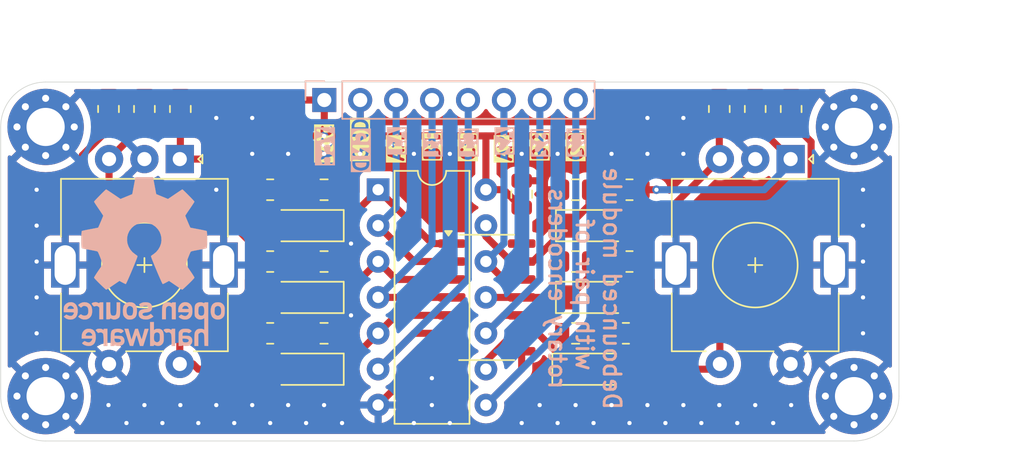
<source format=kicad_pcb>
(kicad_pcb (version 20240108) (generator "pcbnew") (generator_version "8.0")
  (layers (0 "F.Cu" signal) (31 "B.Cu" signal) (34 "B.Paste" user) (35 "F.Paste" user) (36 "B.SilkS" user "B.Silkscreen") (37 "F.SilkS" user "F.Silkscreen") (38 "B.Mask" user) (39 "F.Mask" user) (44 "Edge.Cuts" user))
  (net 0 "")
  (net 1 "/EN1_B1")
  (net 2 "GNDD")
  (net 3 "/EN1_A1")
  (net 4 "/EN1_C1")
  (net 5 "/EN2_C1")
  (net 6 "/EN2_A1")
  (net 7 "/EN2_B1")
  (net 8 "VCC")
  (net 9 "Net-(D1-A)")
  (net 10 "Net-(D2-A)")
  (net 11 "Net-(D3-A)")
  (net 12 "Net-(D4-A)")
  (net 13 "Net-(D5-A)")
  (net 14 "Net-(D6-A)")
  (net 15 "EN1_B")
  (net 16 "EN1_C")
  (net 17 "EN2_A")
  (net 18 "EN2_C")
  (net 19 "EN1_A")
  (net 20 "EN2_B")
  (footprint "Capacitor_SMD:C_0805_2012Metric" (layer "F.Cu") (at 91.44 68.58 180)
    (property "Reference" "C4" (hide yes))
    (property "Value" "100nF")
    (pad "1" smd roundrect (at -0.95 0 180) (size 1 1.45) (layers "F.Cu" "F.Paste" "F.Mask") (net 5 "/EN2_C1"))
    (pad "2" smd roundrect (at 0.95 0 180) (size 1 1.45) (layers "F.Cu" "F.Paste" "F.Mask") (net 2 "GNDD"))
  )
  (footprint "Diode_SMD:D_MiniMELF" (layer "F.Cu") (at 72.39 60.96 180)
    (property "Reference" "D2" (hide yes))
    (property "Value" "LL4148")
    (pad "1" smd roundrect (at -1.75 0 180) (size 1.3 1.7) (layers "F.Cu" "F.Paste" "F.Mask") (roundrect_rratio 0.1923076923) (net 3 "/EN1_A1"))
    (pad "2" smd roundrect (at 1.75 0 180) (size 1.3 1.7) (layers "F.Cu" "F.Paste" "F.Mask") (roundrect_rratio 0.1923076923) (net 10 "Net-(D2-A)"))
  )
  (footprint "Rotary_Encoder:RotaryEncoder_Alps_EC11E-Switch_Vertical_H20mm" (layer "F.Cu") (at 63.46 56.25 -90)
    (property "Reference" "SW2" (hide yes))
    (property "Value" "EC11" (hide yes))
    (pad "A" thru_hole rect (at 0 0 270) (size 2 2) (drill 1) (layers "*.Cu" "*.Mask") (net 10 "Net-(D2-A)"))
    (pad "B" thru_hole circle (at 0 5 270) (size 2 2) (drill 1) (layers "*.Cu" "*.Mask") (net 9 "Net-(D1-A)"))
    (pad "C" thru_hole circle (at 0 2.5 270) (size 2 2) (drill 1) (layers "*.Cu" "*.Mask") (net 2 "GNDD"))
    (pad "MP" thru_hole rect (at 7.5 -3.1 270) (size 3.2 2) (drill oval 2.8 1.5) (layers "*.Cu" "*.Mask") (net 2 "GNDD"))
    (pad "MP" thru_hole rect (at 7.5 8.1 270) (size 3.2 2) (drill oval 2.8 1.5) (layers "*.Cu" "*.Mask") (net 2 "GNDD"))
    (pad "S1" thru_hole circle (at 14.5 5 270) (size 2 2) (drill 1) (layers "*.Cu" "*.Mask") (net 2 "GNDD"))
    (pad "S2" thru_hole circle (at 14.5 0 270) (size 2 2) (drill 1) (layers "*.Cu" "*.Mask") (net 11 "Net-(D3-A)"))
  )
  (footprint "Resistor_SMD:R_0805_2012Metric" (layer "F.Cu") (at 69.85 68.58)
    (property "Reference" "R6" (hide yes))
    (property "Value" "100R")
    (pad "1" smd roundrect (at -0.9125 0) (size 1.025 1.4) (layers "F.Cu" "F.Paste" "F.Mask") (roundrect_rratio 0.243902) (net 11 "Net-(D3-A)"))
    (pad "2" smd roundrect (at 0.9125 0) (size 1.025 1.4) (layers "F.Cu" "F.Paste" "F.Mask") (roundrect_rratio 0.243902) (net 4 "/EN1_C1"))
  )
  (footprint "MountingHole:MountingHole_2.7mm_Pad_Via" (layer "F.Cu") (at 111.125 53.975)
    (property "Reference" "H2" (hide yes))
    (property "Value" "M3")
    (pad "1" thru_hole circle (at -2.025 0) (size 0.8 0.8) (drill 0.5) (layers "*.Cu" "*.Mask") (net 2 "GNDD"))
    (pad "1" thru_hole circle (at -1.431891 -1.431891) (size 0.8 0.8) (drill 0.5) (layers "*.Cu" "*.Mask") (net 2 "GNDD"))
    (pad "1" thru_hole circle (at -1.431891 1.431891) (size 0.8 0.8) (drill 0.5) (layers "*.Cu" "*.Mask") (net 2 "GNDD"))
    (pad "1" thru_hole circle (at 0 -2.025) (size 0.8 0.8) (drill 0.5) (layers "*.Cu" "*.Mask") (net 2 "GNDD"))
    (pad "1" thru_hole circle (at 0 0) (size 5.4 5.4) (drill 2.7) (layers "*.Cu" "*.Mask") (net 2 "GNDD"))
    (pad "1" thru_hole circle (at 0 2.025) (size 0.8 0.8) (drill 0.5) (layers "*.Cu" "*.Mask") (net 2 "GNDD"))
    (pad "1" thru_hole circle (at 1.431891 -1.431891) (size 0.8 0.8) (drill 0.5) (layers "*.Cu" "*.Mask") (net 2 "GNDD"))
    (pad "1" thru_hole circle (at 1.431891 1.431891) (size 0.8 0.8) (drill 0.5) (layers "*.Cu" "*.Mask") (net 2 "GNDD"))
    (pad "1" thru_hole circle (at 2.025 0) (size 0.8 0.8) (drill 0.5) (layers "*.Cu" "*.Mask") (net 2 "GNDD"))
  )
  (footprint "Resistor_SMD:R_0805_2012Metric" (layer "F.Cu") (at 60.96 52.705 -90)
    (property "Reference" "R1" (hide yes))
    (property "Value" "10K")
    (pad "1" smd roundrect (at -0.9125 0 270) (size 1.025 1.4) (layers "F.Cu" "F.Paste" "F.Mask") (roundrect_rratio 0.243902) (net 8 "VCC"))
    (pad "2" smd roundrect (at 0.9125 0 270) (size 1.025 1.4) (layers "F.Cu" "F.Paste" "F.Mask") (roundrect_rratio 0.243902) (net 9 "Net-(D1-A)"))
  )
  (footprint "Capacitor_SMD:C_0805_2012Metric" (layer "F.Cu") (at 87.63 58.735 90)
    (property "Reference" "C7" (hide yes))
    (property "Value" "100nF")
    (pad "1" smd roundrect (at -0.95 0 90) (size 1 1.45) (layers "F.Cu" "F.Paste" "F.Mask") (net 8 "VCC"))
    (pad "2" smd roundrect (at 0.95 0 90) (size 1 1.45) (layers "F.Cu" "F.Paste" "F.Mask") (net 2 "GNDD"))
  )
  (footprint "Package_SO:SOIC-14_3.9x8.7mm_P1.27mm" (layer "F.Cu") (at 85.155 66.04)
    (property "Reference" "U2" (hide yes))
    (property "Value" "74HC14" (hide yes))
    (pad "1" smd roundrect (at -2.475 -3.81) (size 1.95 0.6) (layers "F.Cu" "F.Paste" "F.Mask") (net 3 "/EN1_A1"))
    (pad "2" smd roundrect (at -2.475 -2.54) (size 1.95 0.6) (layers "F.Cu" "F.Paste" "F.Mask") (net 19 "EN1_A"))
    (pad "3" smd roundrect (at -2.475 -1.27) (size 1.95 0.6) (layers "F.Cu" "F.Paste" "F.Mask") (net 1 "/EN1_B1"))
    (pad "4" smd roundrect (at -2.475 0) (size 1.95 0.6) (layers "F.Cu" "F.Paste" "F.Mask") (net 15 "EN1_B"))
    (pad "5" smd roundrect (at -2.475 1.27) (size 1.95 0.6) (layers "F.Cu" "F.Paste" "F.Mask") (net 4 "/EN1_C1"))
    (pad "6" smd roundrect (at -2.475 2.54) (size 1.95 0.6) (layers "F.Cu" "F.Paste" "F.Mask") (net 16 "EN1_C"))
    (pad "7" smd roundrect (at -2.475 3.81) (size 1.95 0.6) (layers "F.Cu" "F.Paste" "F.Mask") (net 2 "GNDD"))
    (pad "8" smd roundrect (at 2.475 3.81) (size 1.95 0.6) (layers "F.Cu" "F.Paste" "F.Mask") (net 18 "EN2_C"))
    (pad "9" smd roundrect (at 2.475 2.54) (size 1.95 0.6) (layers "F.Cu" "F.Paste" "F.Mask") (net 5 "/EN2_C1"))
    (pad "10" smd roundrect (at 2.475 1.27) (size 1.95 0.6) (layers "F.Cu" "F.Paste" "F.Mask") (net 20 "EN2_B"))
    (pad "11" smd roundrect (at 2.475 0) (size 1.95 0.6) (layers "F.Cu" "F.Paste" "F.Mask") (net 7 "/EN2_B1"))
    (pad "12" smd roundrect (at 2.475 -1.27) (size 1.95 0.6) (layers "F.Cu" "F.Paste" "F.Mask") (net 17 "EN2_A"))
    (pad "13" smd roundrect (at 2.475 -2.54) (size 1.95 0.6) (layers "F.Cu" "F.Paste" "F.Mask") (net 6 "/EN2_A1"))
    (pad "14" smd roundrect (at 2.475 -3.81) (size 1.95 0.6) (layers "F.Cu" "F.Paste" "F.Mask") (net 8 "VCC"))
  )
  (footprint "Resistor_SMD:R_0805_2012Metric" (layer "F.Cu") (at 101.6 52.705 -90)
    (property "Reference" "R11" (hide yes))
    (property "Value" "10K")
    (pad "1" smd roundrect (at -0.9125 0 270) (size 1.025 1.4) (layers "F.Cu" "F.Paste" "F.Mask") (roundrect_rratio 0.243902) (net 8 "VCC"))
    (pad "2" smd roundrect (at 0.9125 0 270) (size 1.025 1.4) (layers "F.Cu" "F.Paste" "F.Mask") (roundrect_rratio 0.243902) (net 14 "Net-(D6-A)"))
  )
  (footprint "Capacitor_SMD:C_0805_2012Metric" (layer "F.Cu") (at 73.66 58.42)
    (property "Reference" "C2" (hide yes))
    (property "Value" "100nF")
    (pad "1" smd roundrect (at -0.95 0) (size 1 1.45) (layers "F.Cu" "F.Paste" "F.Mask") (net 3 "/EN1_A1"))
    (pad "2" smd roundrect (at 0.95 0) (size 1 1.45) (layers "F.Cu" "F.Paste" "F.Mask") (net 2 "GNDD"))
  )
  (footprint "Diode_SMD:D_MiniMELF" (layer "F.Cu") (at 72.39 71.12 180)
    (property "Reference" "D3" (hide yes))
    (property "Value" "LL4148")
    (pad "1" smd roundrect (at -1.75 0 180) (size 1.3 1.7) (layers "F.Cu" "F.Paste" "F.Mask") (roundrect_rratio 0.1923076923) (net 4 "/EN1_C1"))
    (pad "2" smd roundrect (at 1.75 0 180) (size 1.3 1.7) (layers "F.Cu" "F.Paste" "F.Mask") (roundrect_rratio 0.1923076923) (net 11 "Net-(D3-A)"))
  )
  (footprint "Resistor_SMD:R_0805_2012Metric" (layer "F.Cu") (at 69.85 58.42)
    (property "Reference" "R4" (hide yes))
    (property "Value" "100R")
    (pad "1" smd roundrect (at -0.9125 0) (size 1.025 1.4) (layers "F.Cu" "F.Paste" "F.Mask") (roundrect_rratio 0.243902) (net 10 "Net-(D2-A)"))
    (pad "2" smd roundrect (at 0.9125 0) (size 1.025 1.4) (layers "F.Cu" "F.Paste" "F.Mask") (roundrect_rratio 0.243902) (net 3 "/EN1_A1"))
  )
  (footprint "Diode_SMD:D_MiniMELF" (layer "F.Cu") (at 72.39 66.04 180)
    (property "Reference" "D1" (hide yes))
    (property "Value" "LL4148")
    (pad "1" smd roundrect (at -1.75 0 180) (size 1.3 1.7) (layers "F.Cu" "F.Paste" "F.Mask") (roundrect_rratio 0.1923076923) (net 1 "/EN1_B1"))
    (pad "2" smd roundrect (at 1.75 0 180) (size 1.3 1.7) (layers "F.Cu" "F.Paste" "F.Mask") (roundrect_rratio 0.1923076923) (net 9 "Net-(D1-A)"))
  )
  (footprint "Package_DIP:DIP-14_W7.62mm" (layer "F.Cu") (at 77.48 58.415)
    (property "Reference" "U1" (hide yes))
    (property "Value" "74HC14")
    (pad "1" thru_hole rect (at 0 0) (size 1.6 1.6) (drill 0.8) (layers "*.Cu" "*.Mask") (net 3 "/EN1_A1"))
    (pad "2" thru_hole oval (at 0 2.54) (size 1.6 1.6) (drill 0.8) (layers "*.Cu" "*.Mask") (net 19 "EN1_A"))
    (pad "3" thru_hole oval (at 0 5.08) (size 1.6 1.6) (drill 0.8) (layers "*.Cu" "*.Mask") (net 1 "/EN1_B1"))
    (pad "4" thru_hole oval (at 0 7.62) (size 1.6 1.6) (drill 0.8) (layers "*.Cu" "*.Mask") (net 15 "EN1_B"))
    (pad "5" thru_hole oval (at 0 10.16) (size 1.6 1.6) (drill 0.8) (layers "*.Cu" "*.Mask") (net 4 "/EN1_C1"))
    (pad "6" thru_hole oval (at 0 12.7) (size 1.6 1.6) (drill 0.8) (layers "*.Cu" "*.Mask") (net 16 "EN1_C"))
    (pad "7" thru_hole oval (at 0 15.24) (size 1.6 1.6) (drill 0.8) (layers "*.Cu" "*.Mask") (net 2 "GNDD"))
    (pad "8" thru_hole oval (at 7.62 15.24) (size 1.6 1.6) (drill 0.8) (layers "*.Cu" "*.Mask") (net 18 "EN2_C"))
    (pad "9" thru_hole oval (at 7.62 12.7) (size 1.6 1.6) (drill 0.8) (layers "*.Cu" "*.Mask") (net 5 "/EN2_C1"))
    (pad "10" thru_hole oval (at 7.62 10.16) (size 1.6 1.6) (drill 0.8) (layers "*.Cu" "*.Mask") (net 20 "EN2_B"))
    (pad "11" thru_hole oval (at 7.62 7.62) (size 1.6 1.6) (drill 0.8) (layers "*.Cu" "*.Mask") (net 7 "/EN2_B1"))
    (pad "12" thru_hole oval (at 7.62 5.08) (size 1.6 1.6) (drill 0.8) (layers "*.Cu" "*.Mask") (net 17 "EN2_A"))
    (pad "13" thru_hole oval (at 7.62 2.54) (size 1.6 1.6) (drill 0.8) (layers "*.Cu" "*.Mask") (net 6 "/EN2_A1"))
    (pad "14" thru_hole oval (at 7.62 0) (size 1.6 1.6) (drill 0.8) (layers "*.Cu" "*.Mask") (net 8 "VCC"))
  )
  (footprint "MountingHole:MountingHole_2.7mm_Pad_Via" (layer "F.Cu") (at 53.975 53.975)
    (property "Reference" "H1" (hide yes))
    (property "Value" "M3")
    (pad "1" thru_hole circle (at -2.025 0) (size 0.8 0.8) (drill 0.5) (layers "*.Cu" "*.Mask") (net 2 "GNDD"))
    (pad "1" thru_hole circle (at -1.431891 -1.431891) (size 0.8 0.8) (drill 0.5) (layers "*.Cu" "*.Mask") (net 2 "GNDD"))
    (pad "1" thru_hole circle (at -1.431891 1.431891) (size 0.8 0.8) (drill 0.5) (layers "*.Cu" "*.Mask") (net 2 "GNDD"))
    (pad "1" thru_hole circle (at 0 -2.025) (size 0.8 0.8) (drill 0.5) (layers "*.Cu" "*.Mask") (net 2 "GNDD"))
    (pad "1" thru_hole circle (at 0 0) (size 5.4 5.4) (drill 2.7) (layers "*.Cu" "*.Mask") (net 2 "GNDD"))
    (pad "1" thru_hole circle (at 0 2.025) (size 0.8 0.8) (drill 0.5) (layers "*.Cu" "*.Mask") (net 2 "GNDD"))
    (pad "1" thru_hole circle (at 1.431891 -1.431891) (size 0.8 0.8) (drill 0.5) (layers "*.Cu" "*.Mask") (net 2 "GNDD"))
    (pad "1" thru_hole circle (at 1.431891 1.431891) (size 0.8 0.8) (drill 0.5) (layers "*.Cu" "*.Mask") (net 2 "GNDD"))
    (pad "1" thru_hole circle (at 2.025 0) (size 0.8 0.8) (drill 0.5) (layers "*.Cu" "*.Mask") (net 2 "GNDD"))
  )
  (footprint "Resistor_SMD:R_0805_2012Metric" (layer "F.Cu") (at 104.14 52.705 -90)
    (property "Reference" "R8" (hide yes))
    (property "Value" "10K")
    (pad "1" smd roundrect (at -0.9125 0 270) (size 1.025 1.4) (layers "F.Cu" "F.Paste" "F.Mask") (roundrect_rratio 0.243902) (net 8 "VCC"))
    (pad "2" smd roundrect (at 0.9125 0 270) (size 1.025 1.4) (layers "F.Cu" "F.Paste" "F.Mask") (roundrect_rratio 0.243902) (net 13 "Net-(D5-A)"))
  )
  (footprint "Resistor_SMD:R_0805_2012Metric" (layer "F.Cu") (at 106.68 52.705 -90)
    (property "Reference" "R7" (hide yes))
    (property "Value" "10K")
    (pad "1" smd roundrect (at -0.9125 0 270) (size 1.025 1.4) (layers "F.Cu" "F.Paste" "F.Mask") (roundrect_rratio 0.243902) (net 8 "VCC"))
    (pad "2" smd roundrect (at 0.9125 0 270) (size 1.025 1.4) (layers "F.Cu" "F.Paste" "F.Mask") (roundrect_rratio 0.243902) (net 12 "Net-(D4-A)"))
  )
  (footprint "Resistor_SMD:R_0805_2012Metric" (layer "F.Cu") (at 95.25 63.5 180)
    (property "Reference" "R12" (hide yes))
    (property "Value" "100R")
    (pad "1" smd roundrect (at -0.9125 0 180) (size 1.025 1.4) (layers "F.Cu" "F.Paste" "F.Mask") (roundrect_rratio 0.243902) (net 14 "Net-(D6-A)"))
    (pad "2" smd roundrect (at 0.9125 0 180) (size 1.025 1.4) (layers "F.Cu" "F.Paste" "F.Mask") (roundrect_rratio 0.243902) (net 7 "/EN2_B1"))
  )
  (footprint "Diode_SMD:D_MiniMELF" (layer "F.Cu") (at 92.71 66.04)
    (property "Reference" "D6" (hide yes))
    (property "Value" "LL4148")
    (pad "1" smd roundrect (at -1.75 0) (size 1.3 1.7) (layers "F.Cu" "F.Paste" "F.Mask") (roundrect_rratio 0.1923076923) (net 7 "/EN2_B1"))
    (pad "2" smd roundrect (at 1.75 0) (size 1.3 1.7) (layers "F.Cu" "F.Paste" "F.Mask") (roundrect_rratio 0.1923076923) (net 14 "Net-(D6-A)"))
  )
  (footprint "MountingHole:MountingHole_2.7mm_Pad_Via" (layer "F.Cu") (at 111.125 73.025)
    (property "Reference" "H4" (hide yes))
    (property "Value" "M3")
    (pad "1" thru_hole circle (at -2.025 0) (size 0.8 0.8) (drill 0.5) (layers "*.Cu" "*.Mask") (net 2 "GNDD"))
    (pad "1" thru_hole circle (at -1.431891 -1.431891) (size 0.8 0.8) (drill 0.5) (layers "*.Cu" "*.Mask") (net 2 "GNDD"))
    (pad "1" thru_hole circle (at -1.431891 1.431891) (size 0.8 0.8) (drill 0.5) (layers "*.Cu" "*.Mask") (net 2 "GNDD"))
    (pad "1" thru_hole circle (at 0 -2.025) (size 0.8 0.8) (drill 0.5) (layers "*.Cu" "*.Mask") (net 2 "GNDD"))
    (pad "1" thru_hole circle (at 0 0) (size 5.4 5.4) (drill 2.7) (layers "*.Cu" "*.Mask") (net 2 "GNDD"))
    (pad "1" thru_hole circle (at 0 2.025) (size 0.8 0.8) (drill 0.5) (layers "*.Cu" "*.Mask") (net 2 "GNDD"))
    (pad "1" thru_hole circle (at 1.431891 -1.431891) (size 0.8 0.8) (drill 0.5) (layers "*.Cu" "*.Mask") (net 2 "GNDD"))
    (pad "1" thru_hole circle (at 1.431891 1.431891) (size 0.8 0.8) (drill 0.5) (layers "*.Cu" "*.Mask") (net 2 "GNDD"))
    (pad "1" thru_hole circle (at 2.025 0) (size 0.8 0.8) (drill 0.5) (layers "*.Cu" "*.Mask") (net 2 "GNDD"))
  )
  (footprint "Capacitor_SMD:C_0805_2012Metric" (layer "F.Cu") (at 73.66 63.5)
    (property "Reference" "C1" (hide yes))
    (property "Value" "100nF")
    (pad "1" smd roundrect (at -0.95 0) (size 1 1.45) (layers "F.Cu" "F.Paste" "F.Mask") (net 1 "/EN1_B1"))
    (pad "2" smd roundrect (at 0.95 0) (size 1 1.45) (layers "F.Cu" "F.Paste" "F.Mask") (net 2 "GNDD"))
  )
  (footprint "Resistor_SMD:R_0805_2012Metric" (layer "F.Cu") (at 69.85 63.5)
    (property "Reference" "R2" (hide yes))
    (property "Value" "100R")
    (pad "1" smd roundrect (at -0.9125 0) (size 1.025 1.4) (layers "F.Cu" "F.Paste" "F.Mask") (roundrect_rratio 0.243902) (net 9 "Net-(D1-A)"))
    (pad "2" smd roundrect (at 0.9125 0) (size 1.025 1.4) (layers "F.Cu" "F.Paste" "F.Mask") (roundrect_rratio 0.243902) (net 1 "/EN1_B1"))
  )
  (footprint "Capacitor_SMD:C_0805_2012Metric" (layer "F.Cu") (at 73.66 68.58)
    (property "Reference" "C3" (hide yes))
    (property "Value" "100nF")
    (pad "1" smd roundrect (at -0.95 0) (size 1 1.45) (layers "F.Cu" "F.Paste" "F.Mask") (net 4 "/EN1_C1"))
    (pad "2" smd roundrect (at 0.95 0) (size 1 1.45) (layers "F.Cu" "F.Paste" "F.Mask") (net 2 "GNDD"))
  )
  (footprint "Capacitor_SMD:C_0805_2012Metric" (layer "F.Cu") (at 91.44 63.5 180)
    (property "Reference" "C6" (hide yes))
    (property "Value" "100nF")
    (pad "1" smd roundrect (at -0.95 0 180) (size 1 1.45) (layers "F.Cu" "F.Paste" "F.Mask") (net 7 "/EN2_B1"))
    (pad "2" smd roundrect (at 0.95 0 180) (size 1 1.45) (layers "F.Cu" "F.Paste" "F.Mask") (net 2 "GNDD"))
  )
  (footprint "MountingHole:MountingHole_2.7mm_Pad_Via" (layer "F.Cu") (at 53.975 73.025)
    (property "Reference" "H3" (hide yes))
    (property "Value" "M3")
    (pad "1" thru_hole circle (at -2.025 0) (size 0.8 0.8) (drill 0.5) (layers "*.Cu" "*.Mask") (net 2 "GNDD"))
    (pad "1" thru_hole circle (at -1.431891 -1.431891) (size 0.8 0.8) (drill 0.5) (layers "*.Cu" "*.Mask") (net 2 "GNDD"))
    (pad "1" thru_hole circle (at -1.431891 1.431891) (size 0.8 0.8) (drill 0.5) (layers "*.Cu" "*.Mask") (net 2 "GNDD"))
    (pad "1" thru_hole circle (at 0 -2.025) (size 0.8 0.8) (drill 0.5) (layers "*.Cu" "*.Mask") (net 2 "GNDD"))
    (pad "1" thru_hole circle (at 0 0) (size 5.4 5.4) (drill 2.7) (layers "*.Cu" "*.Mask") (net 2 "GNDD"))
    (pad "1" thru_hole circle (at 0 2.025) (size 0.8 0.8) (drill 0.5) (layers "*.Cu" "*.Mask") (net 2 "GNDD"))
    (pad "1" thru_hole circle (at 1.431891 -1.431891) (size 0.8 0.8) (drill 0.5) (layers "*.Cu" "*.Mask") (net 2 "GNDD"))
    (pad "1" thru_hole circle (at 1.431891 1.431891) (size 0.8 0.8) (drill 0.5) (layers "*.Cu" "*.Mask") (net 2 "GNDD"))
    (pad "1" thru_hole circle (at 2.025 0) (size 0.8 0.8) (drill 0.5) (layers "*.Cu" "*.Mask") (net 2 "GNDD"))
  )
  (footprint "Resistor_SMD:R_0805_2012Metric" (layer "F.Cu") (at 94.996 68.58 180)
    (property "Reference" "R9" (hide yes))
    (property "Value" "100R")
    (pad "1" smd roundrect (at -0.9125 0 180) (size 1.025 1.4) (layers "F.Cu" "F.Paste" "F.Mask") (roundrect_rratio 0.243902) (net 12 "Net-(D4-A)"))
    (pad "2" smd roundrect (at 0.9125 0 180) (size 1.025 1.4) (layers "F.Cu" "F.Paste" "F.Mask") (roundrect_rratio 0.243902) (net 5 "/EN2_C1"))
  )
  (footprint "Resistor_SMD:R_0805_2012Metric" (layer "F.Cu") (at 58.42 52.705 -90)
    (property "Reference" "R5" (hide yes))
    (property "Value" "10K")
    (pad "1" smd roundrect (at -0.9125 0 270) (size 1.025 1.4) (layers "F.Cu" "F.Paste" "F.Mask") (roundrect_rratio 0.243902) (net 8 "VCC"))
    (pad "2" smd roundrect (at 0.9125 0 270) (size 1.025 1.4) (layers "F.Cu" "F.Paste" "F.Mask") (roundrect_rratio 0.243902) (net 11 "Net-(D3-A)"))
  )
  (footprint "Diode_SMD:D_MiniMELF" (layer "F.Cu") (at 92.456 71.12)
    (property "Reference" "D4" (hide yes))
    (property "Value" "LL4148")
    (pad "1" smd roundrect (at -1.75 0) (size 1.3 1.7) (layers "F.Cu" "F.Paste" "F.Mask") (roundrect_rratio 0.1923076923) (net 5 "/EN2_C1"))
    (pad "2" smd roundrect (at 1.75 0) (size 1.3 1.7) (layers "F.Cu" "F.Paste" "F.Mask") (roundrect_rratio 0.1923076923) (net 12 "Net-(D4-A)"))
  )
  (footprint "Resistor_SMD:R_0805_2012Metric" (layer "F.Cu") (at 63.5 52.705 -90)
    (property "Reference" "R3" (hide yes))
    (property "Value" "10K")
    (pad "1" smd roundrect (at -0.9125 0 270) (size 1.025 1.4) (layers "F.Cu" "F.Paste" "F.Mask") (roundrect_rratio 0.243902) (net 8 "VCC"))
    (pad "2" smd roundrect (at 0.9125 0 270) (size 1.025 1.4) (layers "F.Cu" "F.Paste" "F.Mask") (roundrect_rratio 0.243902) (net 10 "Net-(D2-A)"))
  )
  (footprint "Capacitor_SMD:C_0805_2012Metric" (layer "F.Cu") (at 91.44 58.42 180)
    (property "Reference" "C5" (hide yes))
    (property "Value" "100nF")
    (pad "1" smd roundrect (at -0.95 0 180) (size 1 1.45) (layers "F.Cu" "F.Paste" "F.Mask") (net 6 "/EN2_A1"))
    (pad "2" smd roundrect (at 0.95 0 180) (size 1 1.45) (layers "F.Cu" "F.Paste" "F.Mask") (net 2 "GNDD"))
  )
  (footprint "Diode_SMD:D_MiniMELF" (layer "F.Cu") (at 92.71 60.96)
    (property "Reference" "D5" (hide yes))
    (property "Value" "LL4148")
    (pad "1" smd roundrect (at -1.75 0) (size 1.3 1.7) (layers "F.Cu" "F.Paste" "F.Mask") (roundrect_rratio 0.1923076923) (net 6 "/EN2_A1"))
    (pad "2" smd roundrect (at 1.75 0) (size 1.3 1.7) (layers "F.Cu" "F.Paste" "F.Mask") (roundrect_rratio 0.1923076923) (net 13 "Net-(D5-A)"))
  )
  (footprint "Resistor_SMD:R_0805_2012Metric" (layer "F.Cu") (at 95.25 58.42 180)
    (property "Reference" "R10" (hide yes))
    (property "Value" "100R")
    (pad "1" smd roundrect (at -0.9125 0 180) (size 1.025 1.4) (layers "F.Cu" "F.Paste" "F.Mask") (roundrect_rratio 0.243902) (net 13 "Net-(D5-A)"))
    (pad "2" smd roundrect (at 0.9125 0 180) (size 1.025 1.4) (layers "F.Cu" "F.Paste" "F.Mask") (roundrect_rratio 0.243902) (net 6 "/EN2_A1"))
  )
  (footprint "Rotary_Encoder:RotaryEncoder_Alps_EC11E-Switch_Vertical_H20mm" (layer "F.Cu") (at 106.64 56.25 -90)
    (property "Reference" "SW3" (hide yes))
    (property "Value" "EC11" (hide yes))
    (pad "A" thru_hole rect (at 0 0 270) (size 2 2) (drill 1) (layers "*.Cu" "*.Mask") (net 13 "Net-(D5-A)"))
    (pad "B" thru_hole circle (at 0 5 270) (size 2 2) (drill 1) (layers "*.Cu" "*.Mask") (net 14 "Net-(D6-A)"))
    (pad "C" thru_hole circle (at 0 2.5 270) (size 2 2) (drill 1) (layers "*.Cu" "*.Mask") (net 2 "GNDD"))
    (pad "MP" thru_hole rect (at 7.5 -3.1 270) (size 3.2 2) (drill oval 2.8 1.5) (layers "*.Cu" "*.Mask") (net 2 "GNDD"))
    (pad "MP" thru_hole rect (at 7.5 8.1 270) (size 3.2 2) (drill oval 2.8 1.5) (layers "*.Cu" "*.Mask") (net 2 "GNDD"))
    (pad "S1" thru_hole circle (at 14.5 5 270) (size 2 2) (drill 1) (layers "*.Cu" "*.Mask") (net 12 "Net-(D4-A)"))
    (pad "S2" thru_hole circle (at 14.5 0 270) (size 2 2) (drill 1) (layers "*.Cu" "*.Mask") (net 2 "GNDD"))
  )
  (footprint "Symbol:OSHW-Logo_11.4x12mm_SilkScreen" (layer "B.Cu") (at 60.96 63.5 180)
    (property "Reference" "REF**" (hide yes))
    (property "Value" "OSHW-Logo_11.4x12mm_SilkScreen" (hide yes))
  )
  (footprint "Connector_PinHeader_2.54mm:PinHeader_1x08_P2.54mm_Vertical" (layer "B.Cu") (at 73.675 52.07 -90)
    (property "Reference" "J1" (hide yes))
    (property "Value" "Conn_01x08" (hide yes))
    (pad "1" thru_hole rect (at 0 0 270) (size 1.7 1.7) (drill 1) (layers "*.Cu" "*.Mask") (net 8 "VCC"))
    (pad "2" thru_hole oval (at 0 -2.54 270) (size 1.7 1.7) (drill 1) (layers "*.Cu" "*.Mask") (net 2 "GNDD"))
    (pad "3" thru_hole oval (at 0 -5.08 270) (size 1.7 1.7) (drill 1) (layers "*.Cu" "*.Mask") (net 19 "EN1_A"))
    (pad "4" thru_hole oval (at 0 -7.62 270) (size 1.7 1.7) (drill 1) (layers "*.Cu" "*.Mask") (net 15 "EN1_B"))
    (pad "5" thru_hole oval (at 0 -10.16 270) (size 1.7 1.7) (drill 1) (layers "*.Cu" "*.Mask") (net 16 "EN1_C"))
    (pad "6" thru_hole oval (at 0 -12.7 270) (size 1.7 1.7) (drill 1) (layers "*.Cu" "*.Mask") (net 17 "EN2_A"))
    (pad "7" thru_hole oval (at 0 -15.24 270) (size 1.7 1.7) (drill 1) (layers "*.Cu" "*.Mask") (net 20 "EN2_B"))
    (pad "8" thru_hole oval (at 0 -17.78 270) (size 1.7 1.7) (drill 1) (layers "*.Cu" "*.Mask") (net 18 "EN2_C"))
  )
  (gr_arc (start 50.8 53.975) (mid 51.729936 51.729936) (end 53.975 50.8) (stroke (width 0.05)) (layer "Edge.Cuts"))
  (gr_line (start 53.975 76.2) (end 111.125 76.2) (stroke (width 0.05)) (layer "Edge.Cuts"))
  (gr_line (start 53.975 50.8) (end 111.125 50.8) (stroke (width 0.05)) (layer "Edge.Cuts"))
  (gr_line (start 50.8 73.025) (end 50.8 53.975) (stroke (width 0.05)) (layer "Edge.Cuts"))
  (gr_arc (start 114.3 73.025) (mid 113.370064 75.270064) (end 111.125 76.2) (stroke (width 0.05)) (layer "Edge.Cuts"))
  (gr_arc (start 111.125 50.8) (mid 113.370064 51.729936) (end 114.3 53.975) (stroke (width 0.05)) (layer "Edge.Cuts"))
  (gr_arc (start 53.975 76.2) (mid 51.729936 75.270064) (end 50.8 73.025) (stroke (width 0.05)) (layer "Edge.Cuts"))
  (gr_line (start 114.3 53.975) (end 114.3 73.025) (stroke (width 0.05)) (layer "Edge.Cuts"))
  (gr_text "A1" (at 79.433 53.975 90) (layer "B.SilkS" knockout) (effects (font (size 1 1) (thickness 0.2) (bold yes)) (justify left bottom mirror)))
  (gr_text "C2" (at 92.133 53.975 90) (layer "B.SilkS" knockout) (effects (font (size 1 1) (thickness 0.2) (bold yes)) (justify left bottom mirror)))
  (gr_text "GND" (at 76.893 53.975 90) (layer "B.SilkS" knockout) (effects (font (size 1 1) (thickness 0.2) (bold yes)) (justify left bottom mirror)))
  (gr_text "Vcc" (at 74.353 53.975 90) (layer "B.SilkS" knockout) (effects (font (size 1 1) (thickness 0.2) (bold yes)) (justify left bottom mirror)))
  (gr_text "Debounced module\nwith pair of \nrotary encoders" (at 92.075 65.405 -90) (layer "B.SilkS") (effects (font (size 1.2 1.2) (thickness 0.2)) (justify mirror)))
  (gr_text "C1" (at 84.513 53.975 90) (layer "B.SilkS" knockout) (effects (font (size 1 1) (thickness 0.2) (bold yes)) (justify left bottom mirror)))
  (gr_text "A2" (at 87.053 53.975 90) (layer "B.SilkS" knockout) (effects (font (size 1 1) (thickness 0.2) (bold yes)) (justify left bottom mirror)))
  (gr_text "B1" (at 81.973 53.975 90) (layer "B.SilkS" knockout) (effects (font (size 1 1) (thickness 0.2) (bold yes)) (justify left bottom mirror)))
  (gr_text "B2" (at 89.593 53.975 90) (layer "B.SilkS" knockout) (effects (font (size 1 1) (thickness 0.2) (bold yes)) (justify left bottom mirror)))
  (gr_text "A2" (at 86.995 56.515 90) (layer "F.SilkS" knockout) (effects (font (size 1 1) (thickness 0.2) (bold yes)) (justify left bottom)))
  (gr_text "B1" (at 81.915 56.515 90) (layer "F.SilkS" knockout) (effects (font (size 1 1) (thickness 0.2) (bold yes)) (justify left bottom)))
  (gr_text "GND" (at 76.835 56.515 90) (layer "F.SilkS" knockout) (effects (font (size 1 1) (thickness 0.2) (bold yes)) (justify left bottom)))
  (gr_text "C2" (at 92.075 56.515 90) (layer "F.SilkS" knockout) (effects (font (size 1 1) (thickness 0.2) (bold yes)) (justify left bottom)))
  (gr_text "Vcc" (at 74.295 56.515 90) (layer "F.SilkS" knockout) (effects (font (size 1 1) (thickness 0.2) (bold yes)) (justify left bottom)))
  (gr_text "A1" (at 79.375 56.515 90) (layer "F.SilkS" knockout) (effects (font (size 1 1) (thickness 0.2) (bold yes)) (justify left bottom)))
  (gr_text "B2" (at 89.535 56.515 90) (layer "F.SilkS" knockout) (effects (font (size 1 1) (thickness 0.2) (bold yes)) (justify left bottom)))
  (gr_text "C1" (at 84.455 56.515 90) (layer "F.SilkS" knockout) (effects (font (size 1 1) (thickness 0.2) (bold yes)) (justify left bottom)))
  (segment (start 74.14 66.04) (end 74.935 66.04) (width 0.5) (layer "F.Cu") (net 1))
  (segment (start 74.935 66.04) (end 77.48 63.495) (width 0.5) (layer "F.Cu") (net 1))
  (segment (start 72.71 63.5) (end 72.71 64.61) (width 0.5) (layer "F.Cu") (net 1))
  (segment (start 70.7625 63.5) (end 72.71 63.5) (width 0.5) (layer "F.Cu") (net 1))
  (segment (start 72.71 64.61) (end 74.14 66.04) (width 0.5) (layer "F.Cu") (net 1))
  (segment (start 82.68 64.77) (end 78.755 64.77) (width 0.5) (layer "F.Cu") (net 1))
  (segment (start 78.755 64.77) (end 77.48 63.495) (width 0.5) (layer "F.Cu") (net 1))
  (segment (start 82.68 69.85) (end 81.285 69.85) (width 0.5) (layer "F.Cu") (net 2))
  (segment (start 81.285 69.85) (end 77.48 73.655) (width 0.5) (layer "F.Cu") (net 2))
  (via (at 75.565 62.23) (size 0.6) (drill 0.3) (layers "F.Cu" "B.Cu") (net 2))
  (via (at 71.12 73.66) (size 0.6) (drill 0.3) (layers "F.Cu" "B.Cu") (net 2))
  (via (at 63.5 73.66) (size 0.6) (drill 0.3) (layers "F.Cu" "B.Cu") (net 2))
  (via (at 90.17 74.93) (size 0.6) (drill 0.3) (layers "F.Cu" "B.Cu") (net 2))
  (via (at 80.01 74.93) (size 0.6) (drill 0.3) (layers "F.Cu" "B.Cu") (net 2))
  (via (at 66.04 53.34) (size 0.6) (drill 0.3) (layers "F.Cu" "B.Cu") (net 2))
  (via (at 99.06 55.88) (size 0.6) (drill 0.3) (layers "F.Cu" "B.Cu") (net 2))
  (via (at 68.58 73.66) (size 0.6) (drill 0.3) (layers "F.Cu" "B.Cu") (net 2))
  (via (at 111.76 63.5) (size 0.6) (drill 0.3) (layers "F.Cu" "B.Cu") (net 2))
  (via (at 96.52 73.66) (size 0.6) (drill 0.3) (layers "F.Cu" "B.Cu") (net 2))
  (via (at 99.06 53.34) (size 0.6) (drill 0.3) (layers "F.Cu" "B.Cu") (net 2))
  (via (at 67.31 74.93) (size 0.6) (drill 0.3) (layers "F.Cu" "B.Cu") (net 2))
  (via (at 88.9 73.66) (size 0.6) (drill 0.3) (layers "F.Cu" "B.Cu") (net 2))
  (via (at 87.63 74.93) (size 0.6) (drill 0.3) (layers "F.Cu" "B.Cu") (net 2))
  (via (at 97.79 74.93) (size 0.6) (drill 0.3) (layers "F.Cu" "B.Cu") (net 2))
  (via (at 62.23 74.93) (size 0.6) (drill 0.3) (layers "F.Cu" "B.Cu") (net 2))
  (via (at 69.85 74.93) (size 0.6) (drill 0.3) (layers "F.Cu" "B.Cu") (net 2))
  (via (at 60.96 73.66) (size 0.6) (drill 0.3) (layers "F.Cu" "B.Cu") (net 2))
  (via (at 90.17 55.88) (size 0.6) (drill 0.3) (layers "F.Cu" "B.Cu") (net 2))
  (via (at 58.42 73.66) (size 0.6) (drill 0.3) (layers "F.Cu" "B.Cu") (net 2))
  (via (at 68.58 55.88) (size 0.6) (drill 0.3) (layers "F.Cu" "B.Cu") (net 2))
  (via (at 92.71 74.93) (size 0.6) (drill 0.3) (layers "F.Cu" "B.Cu") (net 2))
  (via (at 93.98 55.88) (size 0.6) (drill 0.3) (layers "F.Cu" "B.Cu") (net 2))
  (via (at 64.77 74.93) (size 0.6) (drill 0.3) (layers "F.Cu" "B.Cu") (net 2))
  (via (at 53.34 63.5) (size 0.6) (drill 0.3) (layers "F.Cu" "B.Cu") (net 2))
  (via (at 72.39 74.93) (size 0.6) (drill 0.3) (layers "F.Cu" "B.Cu") (net 2))
  (via (at 71.12 55.88) (size 0.6) (drill 0.3) (layers "F.Cu" "B.Cu") (net 2))
  (via (at 101.6 73.66) (size 0.6) (drill 0.3) (layers "F.Cu" "B.Cu") (net 2))
  (via (at 102.87 74.93) (size 0.6) (drill 0.3) (layers "F.Cu" "B.Cu") (net 2))
  (via (at 111.76 60.96) (size 0.6) (drill 0.3) (layers "F.Cu" "B.Cu") (net 2))
  (via (at 95.25 74.93) (size 0.6) (drill 0.3) (layers "F.Cu" "B.Cu") (net 2))
  (via (at 111.76 58.42) (size 0.6) (drill 0.3) (layers "F.Cu" "B.Cu") (net 2))
  (via (at 75.565 67.31) (size 0.6) (drill 0.3) (layers "F.Cu" "B.Cu") (net 2))
  (via (at 91.44 73.66) (size 0.6) (drill 0.3) (layers "F.Cu" "B.Cu") (net 2))
  (via (at 96.52 55.88) (size 0.6) (drill 0.3) (layers "F.Cu" "B.Cu") (net 2))
  (via (at 87.63 55.88) (size 0.6) (drill 0.3) (layers "F.Cu" "B.Cu") (net 2))
  (via (at 73.66 55.88) (size 0.6) (drill 0.3) (layers "F.Cu" "B.Cu") (net 2))
  (via (at 59.69 74.93) (size 0.6) (drill 0.3) (layers "F.Cu" "B.Cu") (net 2))
  (via (at 53.34 66.04) (size 0.6) (drill 0.3) (layers "F.Cu" "B.Cu") (net 2))
  (via (at 105.41 74.93) (size 0.6) (drill 0.3) (layers "F.Cu" "B.Cu") (net 2))
  (via (at 106.68 73.66) (size 0.6) (drill 0.3) (layers "F.Cu" "B.Cu") (net 2))
  (via (at 100.33 74.93) (size 0.6) (drill 0.3) (layers "F.Cu" "B.Cu") (net 2))
  (via (at 53.34 60.96) (size 0.6) (drill 0.3) (layers "F.Cu" "B.Cu") (net 2))
  (via (at 81.28 71.755) (size 0.6) (drill 0.3) (layers "F.Cu" "B.Cu") (net 2))
  (via (at 53.34 58.42) (size 0.6) (drill 0.3) (layers "F.Cu" "B.Cu") (net 2))
  (via (at 68.58 53.34) (size 0.6) (drill 0.3) (layers "F.Cu" "B.Cu") (net 2))
  (via (at 104.14 73.66) (size 0.6) (drill 0.3) (layers "F.Cu" "B.Cu") (net 2))
  (via (at 99.06 73.66) (size 0.6) (drill 0.3) (layers "F.Cu" "B.Cu") (net 2))
  (via (at 76.2 55.88) (size 0.6) (drill 0.3) (layers "F.Cu" "B.Cu") (net 2))
  (via (at 81.28 73.66) (size 0.6) (drill 0.3) (layers "F.Cu" "B.Cu") (net 2))
  (via (at 93.98 73.66) (size 0.6) (drill 0.3) (layers "F.Cu" "B.Cu") (net 2))
  (via (at 96.52 53.34) (size 0.6) (drill 0.3) (layers "F.Cu" "B.Cu") (net 2))
  (via (at 80.01 55.88) (size 0.6) (drill 0.3) (layers "F.Cu" "B.Cu") (net 2))
  (via (at 111.76 68.58) (size 0.6) (drill 0.3) (layers "F.Cu" "B.Cu") (net 2))
  (via (at 111.76 66.04) (size 0.6) (drill 0.3) (layers "F.Cu" "B.Cu") (net 2))
  (via (at 82.55 55.88) (size 0.6) (drill 0.3) (layers "F.Cu" "B.Cu") (net 2))
  (via (at 53.34 68.58) (size 0.6) (drill 0.3) (layers "F.Cu" "B.Cu") (net 2))
  (via (at 82.55 74.93) (size 0.6) (drill 0.3) (layers "F.Cu" "B.Cu") (net 2))
  (via (at 73.66 73.66) (size 0.6) (drill 0.3) (layers "F.Cu" "B.Cu") (net 2))
  (via (at 74.93 74.93) (size 0.6) (drill 0.3) (layers "F.Cu" "B.Cu") (net 2))
  (via (at 66.04 73.66) (size 0.6) (drill 0.3) (layers "F.Cu" "B.Cu") (net 2))
  (via (at 66.04 58.42) (size 0.6) (drill 0.3) (layers "F.Cu" "B.Cu") (net 2))
  (segment (start 74.935 60.96) (end 77.48 58.415) (width 0.5) (layer "F.Cu") (net 3))
  (segment (start 81.295 62.23) (end 77.48 58.415) (width 0.5) (layer "F.Cu") (net 3))
  (segment (start 72.71 59.53) (end 74.14 60.96) (width 0.5) (layer "F.Cu") (net 3))
  (segment (start 82.68 62.23) (end 81.295 62.23) (width 0.5) (layer "F.Cu") (net 3))
  (segment (start 72.71 58.42) (end 72.71 59.53) (width 0.5) (layer "F.Cu") (net 3))
  (segment (start 70.7625 58.42) (end 72.71 58.42) (width 0.5) (layer "F.Cu") (net 3))
  (segment (start 74.14 60.96) (end 74.935 60.96) (width 0.5) (layer "F.Cu") (net 3))
  (segment (start 70.7625 68.58) (end 72.71 68.58) (width 0.5) (layer "F.Cu") (net 4))
  (segment (start 74.935 71.12) (end 77.48 68.575) (width 0.5) (layer "F.Cu") (net 4))
  (segment (start 72.71 69.69) (end 74.14 71.12) (width 0.5) (layer "F.Cu") (net 4))
  (segment (start 74.14 71.12) (end 74.935 71.12) (width 0.5) (layer "F.Cu") (net 4))
  (segment (start 78.745 67.31) (end 77.48 68.575) (width 0.5) (layer "F.Cu") (net 4))
  (segment (start 72.71 68.58) (end 72.71 69.69) (width 0.5) (layer "F.Cu") (net 4))
  (segment (start 82.68 67.31) (end 78.745 67.31) (width 0.5) (layer "F.Cu") (net 4))
  (segment (start 87.072316 68.58) (end 85.1 70.552316) (width 0.5) (layer "F.Cu") (net 5))
  (segment (start 90.706 70.517878) (end 90.706 71.12) (width 0.5) (layer "F.Cu") (net 5))
  (segment (start 85.1 70.552316) (end 85.1 71.115) (width 0.5) (layer "F.Cu") (net 5))
  (segment (start 92.39 68.58) (end 94.0835 68.58) (width 0.5) (layer "F.Cu") (net 5))
  (segment (start 92.39 69.436) (end 90.706 71.12) (width 0.5) (layer "F.Cu") (net 5))
  (segment (start 92.39 68.58) (end 92.39 69.436) (width 0.5) (layer "F.Cu") (net 5))
  (segment (start 87.63 68.58) (end 87.072316 68.58) (width 0.5) (layer "F.Cu") (net 5))
  (segment (start 87.63 68.58) (end 88.768122 68.58) (width 0.5) (layer "F.Cu") (net 5))
  (segment (start 88.768122 68.58) (end 90.706 70.517878) (width 0.5) (layer "F.Cu") (net 5))
  (segment (start 85.1 60.955) (end 85.1 61.727233) (width 0.5) (layer "F.Cu") (net 6))
  (segment (start 92.39 58.42) (end 94.3375 58.42) (width 0.5) (layer "F.Cu") (net 6))
  (segment (start 86.872767 63.5) (end 87.63 63.5) (width 0.5) (layer "F.Cu") (net 6))
  (segment (start 92.39 58.42) (end 92.39 59.53) (width 0.5) (layer "F.Cu") (net 6))
  (segment (start 88.42 63.5) (end 90.96 60.96) (width 0.5) (layer "F.Cu") (net 6))
  (segment (start 85.1 61.727233) (end 86.872767 63.5) (width 0.5) (layer "F.Cu") (net 6))
  (segment (start 87.63 63.5) (end 88.42 63.5) (width 0.5) (layer "F.Cu") (net 6))
  (segment (start 92.39 59.53) (end 90.96 60.96) (width 0.5) (layer "F.Cu") (net 6))
  (segment (start 92.39 64.61) (end 90.96 66.04) (width 0.5) (layer "F.Cu") (net 7))
  (segment (start 85.105 66.04) (end 85.1 66.035) (width 0.5) (layer "F.Cu") (net 7))
  (segment (start 87.63 66.04) (end 90.96 66.04) (width 0.5) (layer "F.Cu") (net 7))
  (segment (start 87.63 66.04) (end 85.105 66.04) (width 0.5) (layer "F.Cu") (net 7))
  (segment (start 92.39 63.5) (end 94.3375 63.5) (width 0.5) (layer "F.Cu") (net 7))
  (segment (start 92.39 63.5) (end 92.39 64.61) (width 0.5) (layer "F.Cu") (net 7))
  (segment (start 85.1 54.62) (end 85.09 54.61) (width 0.5) (layer "F.Cu") (net 8))
  (segment (start 63.5 51.7925) (end 70.8425 51.7925) (width 0.5) (layer "F.Cu") (net 8))
  (segment (start 71.12 53.34) (end 72.39 54.61) (width 0.5) (layer "F.Cu") (net 8))
  (segment (start 58.42 51.7925) (end 63.5 51.7925) (width 0.5) (layer "F.Cu") (net 8))
  (segment (start 94.2575 51.7925) (end 101.6 51.7925) (width 0.5) (layer "F.Cu") (net 8))
  (segment (start 94.2575 51.7925) (end 93.98 52.07) (width 0.5) (layer "F.Cu") (net 8))
  (segment (start 73.66 53.975) (end 73.675 53.96) (width 0.5) (layer "F.Cu") (net 8))
  (segment (start 73.675 52.07) (end 71.12 52.07) (width 0.5) (layer "F.Cu") (net 8))
  (segment (start 73.675 53.96) (end 73.675 52.07) (width 0.5) (layer "F.Cu") (net 8))
  (segment (start 73.66 54.61) (end 73.66 53.975) (width 0.5) (layer "F.Cu") (net 8))
  (segment (start 92.71 54.61) (end 93.98 53.34) (width 0.5) (layer "F.Cu") (net 8))
  (segment (start 85.1 58.415) (end 86.36 58.415) (width 0.5) (layer "F.Cu") (net 8))
  (segment (start 87.63 62.23) (end 87.63 59.685) (width 0.5) (layer "F.Cu") (net 8))
  (segment (start 71.12 52.07) (end 71.12 53.34) (width 0.5) (layer "F.Cu") (net 8))
  (segment (start 71.12 52.07) (end 70.8425 51.7925) (width 0.5) (layer "F.Cu") (net 8))
  (segment (start 106.68 51.7925) (end 101.6 51.7925) (width 0.5) (layer "F.Cu") (net 8))
  (segment (start 73.66 54.61) (end 85.09 54.61) (width 0.5) (layer "F.Cu") (net 8))
  (segment (start 86.36 58.415) (end 87.63 59.685) (width 0.5) (layer "F.Cu") (net 8))
  (segment (start 72.39 54.61) (end 73.66 54.61) (width 0.5) (layer "F.Cu") (net 8))
  (segment (start 85.09 54.61) (end 92.71 54.61) (width 0.5) (layer "F.Cu") (net 8))
  (segment (start 93.98 53.34) (end 93.98 52.07) (width 0.5) (layer "F.Cu") (net 8))
  (segment (start 85.1 58.415) (end 85.1 54.62) (width 0.5) (layer "F.Cu") (net 8))
  (via (at 73.66 54.61) (size 0.6) (drill 0.3) (layers "F.Cu" "B.Cu") (net 8))
  (segment (start 58.46 57.825) (end 60.325 59.69) (width 0.5) (layer "F.Cu") (net 9))
  (segment (start 68.9375 64.3375) (end 70.64 66.04) (width 0.5) (layer "F.Cu") (net 9))
  (segment (start 68.9375 63.5) (end 68.9375 64.3375) (width 0.5) (layer "F.Cu") (net 9))
  (segment (start 66 59.69) (end 68.9375 62.6275) (width 0.5) (layer "F.Cu") (net 9))
  (segment (start 68.9375 62.6275) (end 68.9375 63.5) (width 0.5) (layer "F.Cu") (net 9))
  (segment (start 60.96 53.6175) (end 60.96 53.75) (width 0.5) (layer "F.Cu") (net 9))
  (segment (start 60.325 59.69) (end 66 59.69) (width 0.5) (layer "F.Cu") (net 9))
  (segment (start 58.46 56.25) (end 58.46 57.825) (width 0.5) (layer "F.Cu") (net 9))
  (segment (start 60.96 53.75) (end 58.46 56.25) (width 0.5) (layer "F.Cu") (net 9))
  (segment (start 66.7675 56.25) (end 68.9375 58.42) (width 0.5) (layer "F.Cu") (net 10))
  (segment (start 63.5 56.21) (end 63.46 56.25) (width 0.5) (layer "F.Cu") (net 10))
  (segment (start 63.5 53.6175) (end 63.5 56.21) (width 0.5) (layer "F.Cu") (net 10))
  (segment (start 68.9375 58.42) (end 68.9375 59.2575) (width 0.5) (layer "F.Cu") (net 10))
  (segment (start 63.46 56.25) (end 66.7675 56.25) (width 0.5) (layer "F.Cu") (net 10))
  (segment (start 68.9375 59.2575) (end 70.64 60.96) (width 0.5) (layer "F.Cu") (net 10))
  (segment (start 56.574773 55.975227) (end 56.574773 59.114773) (width 0.5) (layer "F.Cu") (net 11))
  (segment (start 58.42 54.13) (end 56.574773 55.975227) (width 0.5) (layer "F.Cu") (net 11))
  (segment (start 68.9375 68.58) (end 68.9375 69.4175) (width 0.5) (layer "F.Cu") (net 11))
  (segment (start 63.46 66) (end 63.46 70.75) (width 0.5) (layer "F.Cu") (net 11))
  (segment (start 68.9375 69.4175) (end 70.64 71.12) (width 0.5) (layer "F.Cu") (net 11))
  (segment (start 63.46 70.75) (end 64.4 70.75) (width 0.5) (layer "F.Cu") (net 11))
  (segment (start 64.4 70.75) (end 64.77 71.12) (width 0.5) (layer "F.Cu") (net 11))
  (segment (start 64.77 71.12) (end 70.64 71.12) (width 0.5) (layer "F.Cu") (net 11))
  (segment (start 56.574773 59.114773) (end 63.46 66) (width 0.5) (layer "F.Cu") (net 11))
  (segment (start 58.42 53.6175) (end 58.42 54.13) (width 0.5) (layer "F.Cu") (net 11))
  (segment (start 101.335 70.75) (end 100.965 71.12) (width 0.5) (layer "F.Cu") (net 12))
  (segment (start 108.09 59.55) (end 101.64 66) (width 0.5) (layer "F.Cu") (net 12))
  (segment (start 100.965 71.12) (end 94.206 71.12) (width 0.5) (layer "F.Cu") (net 12))
  (segment (start 95.9085 68.58) (end 95.9085 69.4175) (width 0.5) (layer "F.Cu") (net 12))
  (segment (start 94.576 70.75) (end 94.206 71.12) (width 0.5) (layer "F.Cu") (net 12))
  (segment (start 108.09 55.0275) (end 108.09 59.55) (width 0.5) (layer "F.Cu") (net 12))
  (segment (start 101.64 66) (end 101.64 70.75) (width 0.5) (layer "F.Cu") (net 12))
  (segment (start 106.68 53.6175) (end 108.09 55.0275) (width 0.5) (layer "F.Cu") (net 12))
  (segment (start 101.64 70.75) (end 101.335 70.75) (width 0.5) (layer "F.Cu") (net 12))
  (segment (start 95.9085 69.4175) (end 94.206 71.12) (width 0.5) (layer "F.Cu") (net 12))
  (segment (start 96.1625 59.2575) (end 94.46 60.96) (width 0.5) (layer "F.Cu") (net 13))
  (segment (start 104.14 53.75) (end 106.64 56.25) (width 0.5) (layer "F.Cu") (net 13))
  (segment (start 104.14 53.6175) (end 104.14 53.75) (width 0.5) (layer "F.Cu") (net 13))
  (segment (start 96.1625 58.42) (end 96.1625 59.2575) (width 0.5) (layer "F.Cu") (net 13))
  (segment (start 96.1625 58.42) (end 97.155 58.42) (width 0.5) (layer "F.Cu") (net 13))
  (via (at 97.155 58.42) (size 0.6) (drill 0.3) (layers "F.Cu" "B.Cu") (net 13))
  (segment (start 106.64 56.555) (end 104.775 58.42) (width 0.5) (layer "B.Cu") (net 13))
  (segment (start 104.775 58.42) (end 97.155 58.42) (width 0.5) (layer "B.Cu") (net 13))
  (segment (start 106.64 56.25) (end 106.64 56.555) (width 0.5) (layer "B.Cu") (net 13))
  (segment (start 96.1625 64.3375) (end 94.46 66.04) (width 0.5) (layer "F.Cu") (net 14))
  (segment (start 96.1625 63.5) (end 96.1625 64.3375) (width 0.5) (layer "F.Cu") (net 14))
  (segment (start 96.1625 61.7275) (end 96.1625 63.5) (width 0.5) (layer "F.Cu") (net 14))
  (segment (start 101.64 56.25) (end 96.1625 61.7275) (width 0.5) (layer "F.Cu") (net 14))
  (segment (start 101.6 56.21) (end 101.64 56.25) (width 0.5) (layer "F.Cu") (net 14))
  (segment (start 101.6 53.6175) (end 101.6 56.21) (width 0.5) (layer "F.Cu") (net 14))
  (segment (start 82.68 66.04) (end 77.485 66.04) (width 0.5) (layer "F.Cu") (net 15))
  (segment (start 77.485 66.04) (end 77.48 66.035) (width 0.5) (layer "F.Cu") (net 15))
  (segment (start 81.295 62.22) (end 81.295 52.07) (width 0.5) (layer "B.Cu") (net 15))
  (segment (start 77.48 66.035) (end 81.295 62.22) (width 0.5) (layer "B.Cu") (net 15))
  (segment (start 80.015 68.58) (end 77.48 71.115) (width 0.5) (layer "F.Cu") (net 16))
  (segment (start 82.68 68.58) (end 80.015 68.58) (width 0.5) (layer "F.Cu") (net 16))
  (segment (start 83.85 64.745) (end 83.85 52.085) (width 0.5) (layer "B.Cu") (net 16))
  (segment (start 83.85 52.085) (end 83.835 52.07) (width 0.5) (layer "B.Cu") (net 16))
  (segment (start 77.48 71.115) (end 83.85 64.745) (width 0.5) (layer "B.Cu") (net 16))
  (segment (start 87.63 64.77) (end 86.375 64.77) (width 0.5) (layer "F.Cu") (net 17))
  (segment (start 86.375 64.77) (end 85.1 63.495) (width 0.5) (layer "F.Cu") (net 17))
  (segment (start 86.375 62.22) (end 86.375 52.07) (width 0.5) (layer "B.Cu") (net 17))
  (segment (start 85.1 63.495) (end 86.375 62.22) (width 0.5) (layer "B.Cu") (net 17))
  (segment (start 87.63 71.125) (end 87.63 69.85) (width 0.5) (layer "F.Cu") (net 18))
  (segment (start 85.1 73.655) (end 87.63 71.125) (width 0.5) (layer "F.Cu") (net 18))
  (segment (start 85.1 73.655) (end 91.455 67.3) (width 0.5) (layer "B.Cu") (net 18))
  (segment (start 91.455 67.3) (end 91.455 52.07) (width 0.5) (layer "B.Cu") (net 18))
  (segment (start 80.025 63.5) (end 77.48 60.955) (width 0.5) (layer "F.Cu") (net 19))
  (segment (start 82.68 63.5) (end 80.025 63.5) (width 0.5) (layer "F.Cu") (net 19))
  (segment (start 78.755 59.68) (end 78.755 52.07) (width 0.5) (layer "B.Cu") (net 19))
  (segment (start 77.48 60.955) (end 78.755 59.68) (width 0.5) (layer "B.Cu") (net 19))
  (segment (start 87.63 67.31) (end 86.365 67.31) (width 0.5) (layer "F.Cu") (net 20))
  (segment (start 86.365 67.31) (end 85.1 68.575) (width 0.5) (layer "F.Cu") (net 20))
  (segment (start 85.1 68.575) (end 88.915 64.76) (width 0.5) (layer "B.Cu") (net 20))
  (segment (start 88.915 64.76) (end 88.915 52.07) (width 0.5) (layer "B.Cu") (net 20))
  (zone (net 2) (net_name "GNDD") (layers "F&B.Cu") (connect_pads (clearance 0.5)) (min_thickness 0.25) (fill yes (thermal_gap 0.5) (thermal_bridge_width 0.5))
    (polygon (pts (xy 50.8 50.8) (xy 114.3 50.8) (xy 114.3 76.2) (xy 50.8 76.2)))
  )
)
</source>
